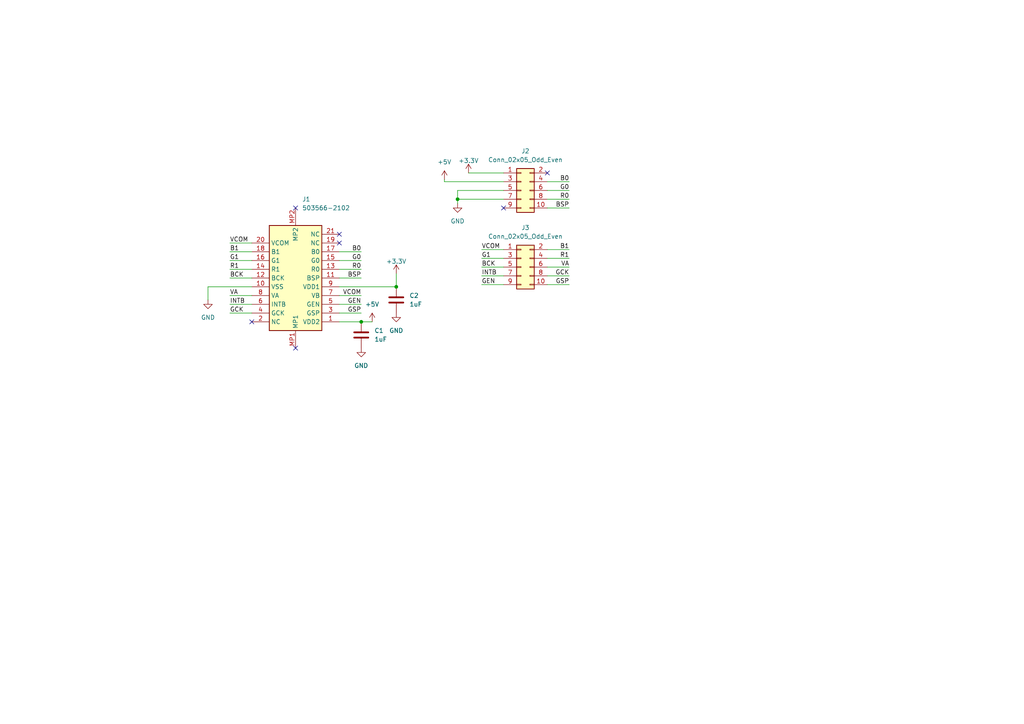
<source format=kicad_sch>
(kicad_sch (version 20230121) (generator eeschema)
  (paper "A4")
  (lib_symbols
    (symbol "503566-2102:503566-2102"
      (property "Reference" "J4" (at 40.64 1.0861 90))
      (property "Value" "503566-2102" (at 38.1 1.0861 90))
      (symbol "503566-2102_1_1"
        (rectangle (start 5.08 7.62) (end 35.56 -7.62) (stroke (width 0.254)) (fill (type background)))
        (pin passive line (at 7.62 -12.7 90) (length 5.08) (name "VDD2") (number "1"))
        (pin passive line (at 17.78 12.7 270) (length 5.08) (name "VSS") (number "10"))
        (pin passive line (at 20.32 -12.7 90) (length 5.08) (name "BSP") (number "11"))
        (pin passive line (at 20.32 12.7 270) (length 5.08) (name "BCK") (number "12"))
        (pin passive line (at 22.86 -12.7 90) (length 5.08) (name "R0") (number "13"))
        (pin passive line (at 22.86 12.7 270) (length 5.08) (name "R1") (number "14"))
        (pin passive line (at 25.4 -12.7 90) (length 5.08) (name "G0") (number "15"))
        (pin passive line (at 25.4 12.7 270) (length 5.08) (name "G1") (number "16"))
        (pin passive line (at 27.94 -12.7 90) (length 5.08) (name "B0") (number "17"))
        (pin passive line (at 27.94 12.7 270) (length 5.08) (name "B1") (number "18"))
        (pin passive line (at 30.48 -12.7 90) (length 5.08) (name "NC") (number "19"))
        (pin passive line (at 7.62 12.7 270) (length 5.08) (name "NC") (number "2"))
        (pin passive line (at 30.48 12.7 270) (length 5.08) (name "VCOM") (number "20"))
        (pin passive line (at 33.02 -12.7 90) (length 5.08) (name "NC") (number "21"))
        (pin passive line (at 10.16 -12.7 90) (length 5.08) (name "GSP") (number "3"))
        (pin passive line (at 10.16 12.7 270) (length 5.08) (name "GCK") (number "4"))
        (pin passive line (at 12.7 -12.7 90) (length 5.08) (name "GEN") (number "5"))
        (pin passive line (at 12.7 12.7 270) (length 5.08) (name "INTB") (number "6"))
        (pin passive line (at 15.24 -12.7 90) (length 5.08) (name "VB") (number "7"))
        (pin passive line (at 15.24 12.7 270) (length 5.08) (name "VA") (number "8"))
        (pin passive line (at 17.78 -12.7 90) (length 5.08) (name "VDD1") (number "9"))
        (pin passive line (at 0 0 0) (length 5.08) (name "MP1") (number "MP1"))
        (pin passive line (at 40.64 0 180) (length 5.08) (name "MP2") (number "MP2"))
      )
    )
    (symbol "Connector_Generic:Conn_02x05_Odd_Even" (pin_names (offset 1.016) hide)
      (property "Reference" "J" (at 1.27 7.62 0))
      (property "Value" "Conn_02x05_Odd_Even" (at 1.27 -7.62 0))
      (symbol "Conn_02x05_Odd_Even_1_1"
        (rectangle (start -1.27 -4.953) (end 0 -5.207) (stroke (width 0.1524)))
        (rectangle (start -1.27 -2.413) (end 0 -2.667) (stroke (width 0.1524)))
        (rectangle (start -1.27 0.127) (end 0 -0.127) (stroke (width 0.1524)))
        (rectangle (start -1.27 2.667) (end 0 2.413) (stroke (width 0.1524)))
        (rectangle (start -1.27 5.207) (end 0 4.953) (stroke (width 0.1524)))
        (rectangle (start -1.27 6.35) (end 3.81 -6.35) (stroke (width 0.254)) (fill (type background)))
        (rectangle (start 3.81 -4.953) (end 2.54 -5.207) (stroke (width 0.1524)))
        (rectangle (start 3.81 -2.413) (end 2.54 -2.667) (stroke (width 0.1524)))
        (rectangle (start 3.81 0.127) (end 2.54 -0.127) (stroke (width 0.1524)))
        (rectangle (start 3.81 2.667) (end 2.54 2.413) (stroke (width 0.1524)))
        (rectangle (start 3.81 5.207) (end 2.54 4.953) (stroke (width 0.1524)))
        (pin passive line (at -5.08 5.08 0) (length 3.81) (name "Pin_1") (number "1"))
        (pin passive line (at 7.62 -5.08 180) (length 3.81) (name "Pin_10") (number "10"))
        (pin passive line (at 7.62 5.08 180) (length 3.81) (name "Pin_2") (number "2"))
        (pin passive line (at -5.08 2.54 0) (length 3.81) (name "Pin_3") (number "3"))
        (pin passive line (at 7.62 2.54 180) (length 3.81) (name "Pin_4") (number "4"))
        (pin passive line (at -5.08 0 0) (length 3.81) (name "Pin_5") (number "5"))
        (pin passive line (at 7.62 0 180) (length 3.81) (name "Pin_6") (number "6"))
        (pin passive line (at -5.08 -2.54 0) (length 3.81) (name "Pin_7") (number "7"))
        (pin passive line (at 7.62 -2.54 180) (length 3.81) (name "Pin_8") (number "8"))
        (pin passive line (at -5.08 -5.08 0) (length 3.81) (name "Pin_9") (number "9"))
      )
    )
    (symbol "Device:C" (pin_numbers hide) (pin_names (offset 0.254))
      (property "Reference" "C" (at 0.635 2.54 0))
      (property "Value" "C" (at 0.635 -2.54 0))
      (symbol "C_0_1"
        (polyline (pts (xy -2.032 -0.762) (xy 2.032 -0.762)) (stroke (width 0.508)))
        (polyline (pts (xy -2.032 0.762) (xy 2.032 0.762)) (stroke (width 0.508)))
      )
      (symbol "C_1_1"
        (pin passive line (at 0 3.81 270) (length 2.794) (name "~") (number "1"))
        (pin passive line (at 0 -3.81 90) (length 2.794) (name "~") (number "2"))
      )
    )
    (symbol "power:+3.3V" (power) (pin_names (offset 0))
      (property "Value" "+3.3V" (at 0 3.556 0))
      (symbol "+3.3V_0_1"
        (polyline (pts (xy -0.762 1.27) (xy 0 2.54)))
        (polyline (pts (xy 0 0) (xy 0 2.54)))
        (polyline (pts (xy 0 2.54) (xy 0.762 1.27)))
      )
      (symbol "+3.3V_1_1"
        (pin power_in line (at 0 0 90) (length 0) hide (name "+3.3V") (number "1"))
      )
    )
    (symbol "power:+5V" (power) (pin_names (offset 0))
      (property "Value" "+5V" (at 0 3.556 0))
      (symbol "+5V_0_1"
        (polyline (pts (xy -0.762 1.27) (xy 0 2.54)))
        (polyline (pts (xy 0 0) (xy 0 2.54)))
        (polyline (pts (xy 0 2.54) (xy 0.762 1.27)))
      )
      (symbol "+5V_1_1"
        (pin power_in line (at 0 0 90) (length 0) hide (name "+5V") (number "1"))
      )
    )
    (symbol "power:GND" (power) (pin_names (offset 0))
      (property "Value" "GND" (at 0 -3.81 0))
      (symbol "GND_0_1"
        (polyline (pts (xy 0 0) (xy 0 -1.27) (xy 1.27 -1.27) (xy 0 -2.54) (xy -1.27 -1.27) (xy 0 -1.27)))
      )
      (symbol "GND_1_1"
        (pin power_in line (at 0 0 270) (length 0) hide (name "GND") (number "1"))
      )
    )
  )
  (junction (at 114.935 83.185))
  (junction (at 104.775 93.345))
  (junction (at 132.715 57.785))
  (no_connect (at 158.75 50.165))
  (no_connect (at 146.05 60.325))
  (no_connect (at 85.725 60.325))
  (no_connect (at 73.025 93.345))
  (no_connect (at 98.425 70.485))
  (no_connect (at 98.425 67.945))
  (no_connect (at 85.725 100.965))
  (wire (pts (xy 158.75 82.55) (xy 165.1 82.55)))
  (wire (pts (xy 146.05 77.47) (xy 139.7 77.47)))
  (wire (pts (xy 98.425 80.645) (xy 104.775 80.645)))
  (wire (pts (xy 146.05 80.01) (xy 139.7 80.01)))
  (wire (pts (xy 73.025 88.265) (xy 66.675 88.265)))
  (wire (pts (xy 73.025 90.805) (xy 66.675 90.805)))
  (wire (pts (xy 98.425 90.805) (xy 104.775 90.805)))
  (wire (pts (xy 60.325 83.185) (xy 60.325 86.995)))
  (wire (pts (xy 158.75 72.39) (xy 165.1 72.39)))
  (wire (pts (xy 98.425 75.565) (xy 104.775 75.565)))
  (wire (pts (xy 98.425 78.105) (xy 104.775 78.105)))
  (wire (pts (xy 73.025 80.645) (xy 66.675 80.645)))
  (wire (pts (xy 98.425 73.025) (xy 104.775 73.025)))
  (wire (pts (xy 98.425 83.185) (xy 114.935 83.185)))
  (wire (pts (xy 158.75 77.47) (xy 165.1 77.47)))
  (wire (pts (xy 158.75 60.325) (xy 165.1 60.325)))
  (wire (pts (xy 114.935 79.375) (xy 114.935 83.185)))
  (wire (pts (xy 98.425 88.265) (xy 104.775 88.265)))
  (wire (pts (xy 146.05 72.39) (xy 139.7 72.39)))
  (wire (pts (xy 73.025 75.565) (xy 66.675 75.565)))
  (wire (pts (xy 158.75 80.01) (xy 165.1 80.01)))
  (wire (pts (xy 107.95 93.345) (xy 104.775 93.345)))
  (wire (pts (xy 73.025 78.105) (xy 66.675 78.105)))
  (wire (pts (xy 146.05 55.245) (xy 132.715 55.245)))
  (wire (pts (xy 158.75 55.245) (xy 165.1 55.245)))
  (wire (pts (xy 146.05 74.93) (xy 139.7 74.93)))
  (wire (pts (xy 146.05 82.55) (xy 139.7 82.55)))
  (wire (pts (xy 73.025 85.725) (xy 66.675 85.725)))
  (wire (pts (xy 128.905 52.07) (xy 128.905 52.705)))
  (wire (pts (xy 73.025 70.485) (xy 66.675 70.485)))
  (wire (pts (xy 73.025 83.185) (xy 60.325 83.185)))
  (wire (pts (xy 158.75 74.93) (xy 165.1 74.93)))
  (wire (pts (xy 98.425 93.345) (xy 104.775 93.345)))
  (wire (pts (xy 158.75 57.785) (xy 165.1 57.785)))
  (wire (pts (xy 132.715 55.245) (xy 132.715 57.785)))
  (wire (pts (xy 73.025 73.025) (xy 66.675 73.025)))
  (wire (pts (xy 146.05 57.785) (xy 132.715 57.785)))
  (wire (pts (xy 128.905 52.705) (xy 146.05 52.705)))
  (wire (pts (xy 135.89 50.165) (xy 146.05 50.165)))
  (wire (pts (xy 132.715 57.785) (xy 132.715 59.055)))
  (wire (pts (xy 98.425 85.725) (xy 104.775 85.725)))
  (wire (pts (xy 158.75 52.705) (xy 165.1 52.705)))
  (label "B0" (at 104.775 73.025 180))
  (label "R0" (at 104.775 78.105 180))
  (label "VCOM" (at 139.7 72.39 0))
  (label "GEN" (at 104.775 88.265 180))
  (label "INTB" (at 139.7 80.01 0))
  (label "VA" (at 165.1 77.47 180))
  (label "GSP" (at 165.1 82.55 180))
  (label "GCK" (at 66.675 90.805 0))
  (label "VCOM" (at 104.775 85.725 180))
  (label "B0" (at 165.1 52.705 180))
  (label "GSP" (at 104.775 90.805 180))
  (label "BCK" (at 139.7 77.47 0))
  (label "B1" (at 66.675 73.025 0))
  (label "G1" (at 139.7 74.93 0))
  (label "GCK" (at 165.1 80.01 180))
  (label "BSP" (at 165.1 60.325 180))
  (label "VCOM" (at 66.675 70.485 0))
  (label "BCK" (at 66.675 80.645 0))
  (label "G0" (at 104.775 75.565 180))
  (label "G1" (at 66.675 75.565 0))
  (label "R1" (at 165.1 74.93 180))
  (label "BSP" (at 104.775 80.645 180))
  (label "B1" (at 165.1 72.39 180))
  (label "G0" (at 165.1 55.245 180))
  (label "INTB" (at 66.675 88.265 0))
  (label "VA" (at 66.675 85.725 0))
  (label "R1" (at 66.675 78.105 0))
  (label "GEN" (at 139.7 82.55 0))
  (label "R0" (at 165.1 57.785 180))
  (symbol (lib_id "power:GND") (at 132.715 59.055 0) (unit 1)
    (property "Reference" "#PWR08" (effects hide))
    (property "Value" "GND" (at 132.715 64.135 0))
  )
  (symbol (lib_id "power:+3.3V") (at 135.89 50.165 0) (unit 1)
    (property "Reference" "#PWR06" (effects hide))
    (property "Value" "+3.3V" (at 135.89 46.609 0))
  )
  (symbol (lib_id "Device:C") (at 114.935 86.995 0) (unit 1)
    (property "Reference" "C2" (at 118.745 85.725 0) (effects (justify left)))
    (property "Value" "1uF" (at 118.745 88.265 0) (effects (justify left)))
    (property "Footprint" "Capacitor_SMD_US_Handsoldering_AKL:C_0603_1608Metric" (effects hide))
  )
  (symbol (lib_id "power:GND") (at 114.935 90.805 0) (unit 1)
    (property "Reference" "#PWR05" (effects hide))
    (property "Value" "GND" (at 114.935 95.885 0))
  )
  (symbol (lib_id "power:GND") (at 60.325 86.995 0) (unit 1)
    (property "Reference" "#PWR01" (effects hide))
    (property "Value" "GND" (at 60.325 92.075 0))
  )
  (symbol (lib_id "power:+3.3V") (at 114.935 79.375 0) (unit 1)
    (property "Reference" "#PWR04" (effects hide))
    (property "Value" "+3.3V" (at 114.935 75.819 0))
  )
  (symbol (lib_id "Connector_Generic:Conn_02x05_Odd_Even") (at 151.13 77.47 0) (unit 1)
    (property "Reference" "J3" (at 152.4 66.04 0))
    (property "Value" "Conn_02x05_Odd_Even" (at 152.4 68.58 0))
    (property "Footprint" "Connector_PinHeader_2.54mm:PinHeader_2x05_P2.54mm_Vertical" (effects hide))
  )
  (symbol (lib_id "Device:C") (at 104.775 97.155 0) (unit 1)
    (property "Reference" "C1" (at 108.585 95.885 0) (effects (justify left)))
    (property "Value" "1uF" (at 108.585 98.425 0) (effects (justify left)))
    (property "Footprint" "Capacitor_SMD_US_Handsoldering_AKL:C_0603_1608Metric" (effects hide))
  )
  (symbol (lib_id "power:+5V") (at 128.905 52.07 0) (unit 1)
    (property "Reference" "#PWR07" (effects hide))
    (property "Value" "+5V" (at 128.905 46.99 0))
  )
  (symbol (lib_id "power:+5V") (at 107.95 93.345 0) (unit 1)
    (property "Reference" "#PWR02" (effects hide))
    (property "Value" "+5V" (at 107.95 88.265 0))
  )
  (symbol (lib_id "Connector_Generic:Conn_02x05_Odd_Even") (at 151.13 55.245 0) (unit 1)
    (property "Reference" "J2" (at 152.4 43.815 0))
    (property "Value" "Conn_02x05_Odd_Even" (at 152.4 46.355 0))
    (property "Footprint" "Connector_PinHeader_2.54mm:PinHeader_2x05_P2.54mm_Vertical" (effects hide))
  )
  (symbol (lib_id "power:GND") (at 104.775 100.965 0) (unit 1)
    (property "Reference" "#PWR03" (effects hide))
    (property "Value" "GND" (at 104.775 106.045 0))
  )
  (symbol (lib_id "503566-2102:503566-2102") (at 85.725 100.965 90) (unit 1)
    (property "Reference" "J1" (at 87.63 57.785 90) (effects (justify right)))
    (property "Value" "503566-2102" (at 87.63 60.325 90) (effects (justify right)))
    (property "Footprint" "503566-2102:5035662102" (effects hide))
    (property "Datasheet" "https://www.molex.com/pdm_docs/sd/5035662102_sd.pdf" (effects hide))
    (property "Height" "1.69" (effects hide))
    (property "Mouser Part Number" "538-503566-2102" (effects hide))
    (property "Mouser Price/Stock" "https://www.mouser.co.uk/ProductDetail/Molex/503566-2102?qs=0lSvoLzn4L8%252Bw2FHrppS3g%3D%3D" (effects hide))
    (property "Manufacturer_Name" "Molex" (effects hide))
    (property "Manufacturer_Part_Number" "503566-2102" (effects hide))
  )
)
</source>
